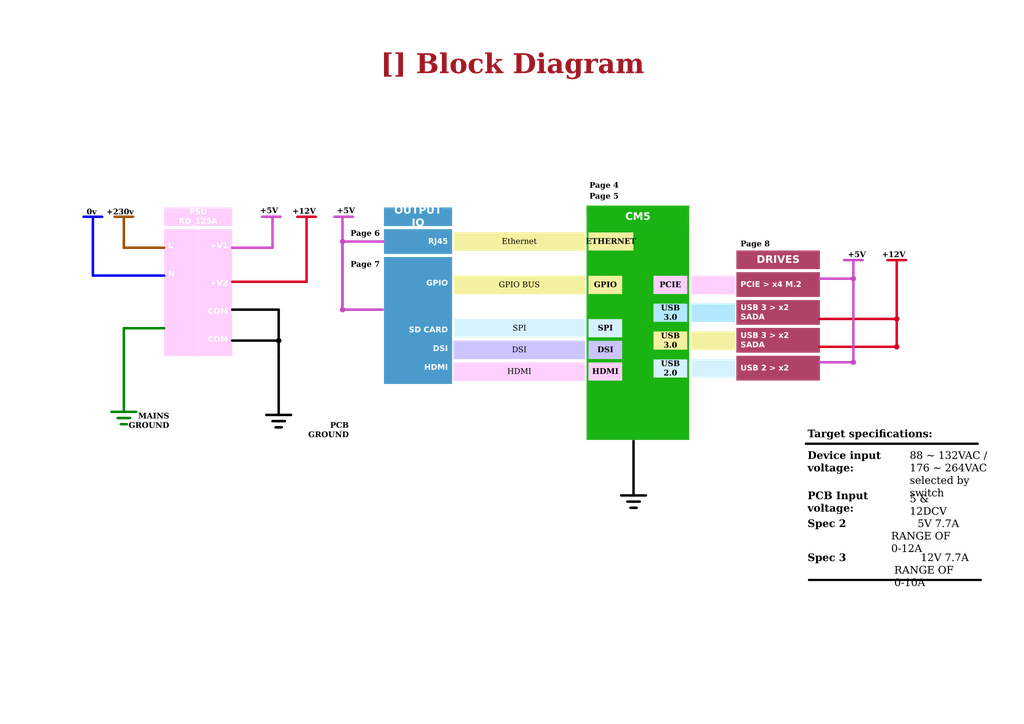
<source format=kicad_sch>
(kicad_sch
	(version 20250114)
	(generator "eeschema")
	(generator_version "9.0")
	(uuid "d4440dba-022e-49b2-97f2-6fc1871c7304")
	(paper "A3")
	(title_block
		(title "Block Diagram")
		(date "Last Modified Date")
		(rev "${REVISION}")
		(company "${COMPANY}")
	)
	(lib_symbols)
	(rectangle
		(start 241.3 156.21)
		(end 255.27 180.34)
		(stroke
			(width 0)
			(type default)
			(color 26 179 18 1)
		)
		(fill
			(type color)
			(color 26 179 18 1)
		)
		(uuid 05c43237-d989-46c7-a838-1fe3e687d325)
	)
	(rectangle
		(start 267.97 132.08)
		(end 281.94 135.89)
		(stroke
			(width 0)
			(type default)
			(color 26 179 18 1)
		)
		(fill
			(type color)
			(color 26 179 18 1)
		)
		(uuid 18d023c4-e3f0-46c9-87ca-5d30d9cdf2c3)
	)
	(rectangle
		(start 267.97 154.94)
		(end 281.94 180.34)
		(stroke
			(width 0)
			(type default)
			(color 26 179 18 1)
		)
		(fill
			(type color)
			(color 26 179 18 1)
		)
		(uuid 3a6c1391-840d-4a80-9739-78b63fe94339)
	)
	(circle
		(center 367.792 130.81)
		(radius 1.016)
		(stroke
			(width 0)
			(type default)
			(color 212 0 32 1)
		)
		(fill
			(type color)
			(color 212 0 32 1)
		)
		(uuid 3e2c6bd8-f7d7-4007-beb2-38a051b35c34)
	)
	(circle
		(center 350.012 148.59)
		(radius 1.016)
		(stroke
			(width 0)
			(type default)
			(color 198 71 194 1)
		)
		(fill
			(type color)
			(color 198 71 194 1)
		)
		(uuid 41023b46-9a07-470f-8e7a-c75031cc9ecc)
	)
	(rectangle
		(start 241.3 147.32)
		(end 255.27 148.59)
		(stroke
			(width 0)
			(type default)
			(color 26 179 18 1)
		)
		(fill
			(type color)
			(color 26 179 18 1)
		)
		(uuid 421816ca-5f12-4e86-8e69-316b379c8971)
	)
	(circle
		(center 140.462 127)
		(radius 1.016)
		(stroke
			(width 0)
			(type default)
			(color 198 71 194 1)
		)
		(fill
			(type color)
			(color 198 71 194 1)
		)
		(uuid 51410f93-50a0-4779-afb7-2ee142d132a9)
	)
	(rectangle
		(start 240.665 84.455)
		(end 282.575 86.36)
		(stroke
			(width 0.254)
			(type default)
			(color 26 179 18 1)
		)
		(fill
			(type color)
			(color 26 179 18 1)
		)
		(uuid 55bb8f5d-1716-457c-ab18-7887e7f79c32)
	)
	(circle
		(center 140.462 99.06)
		(radius 1.016)
		(stroke
			(width 0)
			(type default)
			(color 198 71 194 1)
		)
		(fill
			(type color)
			(color 198 71 194 1)
		)
		(uuid 5ce36d2b-b753-4d4d-b2c0-01a15c72c9aa)
	)
	(rectangle
		(start 241.3 138.43)
		(end 256.54 139.7)
		(stroke
			(width 0)
			(type solid)
			(color 26 179 18 1)
		)
		(fill
			(type color)
			(color 26 179 18 1)
		)
		(uuid 66d0528b-35de-4dbd-b6f5-4b9c9e10d38f)
	)
	(rectangle
		(start 156.845 98.679)
		(end 157.48 99.441)
		(stroke
			(width 0.25)
			(type default)
			(color 198 71 194 1)
		)
		(fill
			(type color)
			(color 198 71 194 1)
		)
		(uuid 71a7bc8d-71ba-4784-b706-1c489dd4699b)
	)
	(rectangle
		(start 241.3 120.65)
		(end 255.27 123.19)
		(stroke
			(width 0)
			(type default)
			(color 26 179 18 1)
		)
		(fill
			(type color)
			(color 26 179 18 1)
		)
		(uuid 7b3048d9-9f27-43c5-89d8-687bf1563aee)
	)
	(rectangle
		(start 281.94 84.455)
		(end 282.575 180.34)
		(stroke
			(width 0)
			(type default)
			(color 26 179 18 1)
		)
		(fill
			(type color)
			(color 26 179 18 1)
		)
		(uuid 82b7fc9f-5c53-4bad-ac33-36ff04086978)
	)
	(rectangle
		(start 331.47 237.49)
		(end 402.59 238.252)
		(stroke
			(width 0)
			(type default)
			(color 0 0 0 1)
		)
		(fill
			(type color)
			(color 0 0 0 1)
		)
		(uuid 8956a1c0-282a-4b1e-927b-8bc74278d14f)
	)
	(rectangle
		(start 241.3 92.71)
		(end 282.575 95.25)
		(stroke
			(width 0)
			(type default)
			(color 26 179 18 1)
		)
		(fill
			(type color)
			(color 26 179 18 1)
		)
		(uuid a952ed71-59f7-4034-9137-c9beed0052e5)
	)
	(rectangle
		(start 255.27 102.87)
		(end 267.97 180.34)
		(stroke
			(width 0)
			(type default)
			(color 26 179 18 1)
		)
		(fill
			(type color)
			(color 26 179 18 1)
		)
		(uuid b5912d90-a2e6-47a8-b37f-79df93690db6)
	)
	(rectangle
		(start 267.97 143.51)
		(end 281.94 147.32)
		(stroke
			(width 0)
			(type default)
			(color 26 179 18 1)
		)
		(fill
			(type color)
			(color 26 179 18 1)
		)
		(uuid bdbbf18e-6f1e-46bc-83ed-402e06ceb661)
	)
	(rectangle
		(start 267.97 120.65)
		(end 281.94 124.46)
		(stroke
			(width 0)
			(type default)
			(color 26 179 18 1)
		)
		(fill
			(type color)
			(color 26 179 18 1)
		)
		(uuid be3f6889-490c-44fa-9418-f01ed8476be7)
	)
	(circle
		(center 350.012 114.3)
		(radius 1.016)
		(stroke
			(width 0)
			(type default)
			(color 198 71 194 1)
		)
		(fill
			(type color)
			(color 198 71 194 1)
		)
		(uuid bfdeaac1-314c-48ed-8cf7-516162809f1b)
	)
	(rectangle
		(start 259.842 93.98)
		(end 273.812 104.14)
		(stroke
			(width 0)
			(type default)
			(color 26 179 18 1)
		)
		(fill
			(type color)
			(color 26 179 18 1)
		)
		(uuid ccbf5fc0-b3fa-481b-9909-8b6e5e2448f2)
	)
	(rectangle
		(start 267.97 95.25)
		(end 281.94 113.03)
		(stroke
			(width 0)
			(type default)
			(color 26 179 18 1)
		)
		(fill
			(type color)
			(color 26 179 18 1)
		)
		(uuid cdf72398-0431-4b4b-8fdb-00fcbee68e2a)
	)
	(circle
		(center 367.792 142.24)
		(radius 1.016)
		(stroke
			(width 0)
			(type default)
			(color 212 0 32 1)
		)
		(fill
			(type color)
			(color 212 0 32 1)
		)
		(uuid d1bb0e1b-d034-45b0-a440-50c1faf3b83f)
	)
	(rectangle
		(start 330.2 181.61)
		(end 401.32 182.372)
		(stroke
			(width 0)
			(type default)
			(color 0 0 0 1)
		)
		(fill
			(type color)
			(color 0 0 0 1)
		)
		(uuid d631d51a-2515-45dc-a2c0-e57c4fee46cd)
	)
	(rectangle
		(start 240.665 84.455)
		(end 241.3 180.34)
		(stroke
			(width 0)
			(type default)
			(color 26 179 18 1)
		)
		(fill
			(type color)
			(color 26 179 18 1)
		)
		(uuid d92c43be-acae-42f6-9179-96820bcc6ef2)
	)
	(circle
		(center 114.3 139.7)
		(radius 1.016)
		(stroke
			(width 0)
			(type default)
			(color 0 0 0 1)
		)
		(fill
			(type color)
			(color 0 0 0 1)
		)
		(uuid e009c6f9-aa34-4e58-87ba-d3118f97db1e)
	)
	(rectangle
		(start 241.3 102.87)
		(end 255.27 113.03)
		(stroke
			(width 0)
			(type default)
			(color 26 179 18 1)
		)
		(fill
			(type color)
			(color 26 179 18 1)
		)
		(uuid f4ff3a95-a29b-44f5-99fe-90e2d6c5e225)
	)
	(rectangle
		(start 240.792 121.92)
		(end 256.032 130.81)
		(stroke
			(width 0)
			(type default)
			(color 26 179 18 1)
		)
		(fill
			(type color)
			(color 26 179 18 1)
		)
		(uuid fe818828-3624-4a42-926c-34566d194c39)
	)
	(text "+5V"
		(exclude_from_sim no)
		(at 347.726 106.68 0)
		(effects
			(font
				(face "Times New Roman")
				(size 2.286 2.286)
				(thickness 0.4572)
				(bold yes)
				(color 0 0 0 1)
			)
			(justify left bottom)
		)
		(uuid "0dba65be-4dbc-4f35-b38d-7aae15950791")
	)
	(text "+230v"
		(exclude_from_sim no)
		(at 54.864 89.154 0)
		(effects
			(font
				(face "Times New Roman")
				(size 2.286 2.286)
				(thickness 0.4572)
				(bold yes)
				(color 0 0 0 1)
			)
			(justify right bottom)
		)
		(uuid "2e39a2a3-9579-46db-b35e-90d888ee8eb5")
	)
	(text "+12V"
		(exclude_from_sim no)
		(at 129.54 88.9 0)
		(effects
			(font
				(face "Times New Roman")
				(size 2.286 2.286)
				(thickness 0.4572)
				(bold yes)
				(color 0 0 0 1)
			)
			(justify right bottom)
		)
		(uuid "4570969a-23f9-402e-b415-e594243e91c6")
	)
	(text "+5V"
		(exclude_from_sim no)
		(at 138.176 88.646 0)
		(effects
			(font
				(face "Times New Roman")
				(size 2.286 2.286)
				(thickness 0.4572)
				(bold yes)
				(color 0 0 0 1)
			)
			(justify left bottom)
		)
		(uuid "61bcd564-dc47-4abd-8776-b89cef66ed38")
	)
	(text "+12V"
		(exclude_from_sim no)
		(at 371.348 106.68 0)
		(effects
			(font
				(face "Times New Roman")
				(size 2.286 2.286)
				(thickness 0.4572)
				(bold yes)
				(color 0 0 0 1)
			)
			(justify right bottom)
		)
		(uuid "b76b23fc-271e-4d85-9c32-612487cb79db")
	)
	(text "+5V"
		(exclude_from_sim no)
		(at 114.046 88.646 0)
		(effects
			(font
				(face "Times New Roman")
				(size 2.286 2.286)
				(thickness 0.4572)
				(bold yes)
				(color 0 0 0 1)
			)
			(justify right bottom)
		)
		(uuid "d00758d3-ae53-4134-ab5c-383270f3c78d")
	)
	(text "0v"
		(exclude_from_sim no)
		(at 39.624 89.154 0)
		(effects
			(font
				(face "Times New Roman")
				(size 2.286 2.286)
				(thickness 0.4572)
				(bold yes)
				(color 0 0 0 1)
			)
			(justify right bottom)
		)
		(uuid "e3d0aab1-2e1e-4d51-a1de-425c235658ce")
	)
	(text_box "GPIO"
		(exclude_from_sim no)
		(at 241.3 113.03 0)
		(size 13.97 7.62)
		(margins 1.7144 1.7144 1.7144 1.7144)
		(stroke
			(width -0.0001)
			(type solid)
		)
		(fill
			(type color)
			(color 243 240 160 1)
		)
		(effects
			(font
				(face "Times New Roman")
				(size 2.286 2.286)
				(bold yes)
				(color 0 0 0 1)
			)
		)
		(uuid "0aa0c4e1-070f-42df-94e3-eb4334e328f3")
	)
	(text_box "Spec 2"
		(exclude_from_sim no)
		(at 328.93 210.82 0)
		(size 43.18 7.62)
		(margins 2.2859 2.2859 2.2859 2.2859)
		(stroke
			(width -0.0001)
			(type default)
		)
		(fill
			(type none)
		)
		(effects
			(font
				(face "Times New Roman")
				(size 3.048 3.048)
				(thickness 0.4572)
				(bold yes)
				(color 0 0 0 1)
			)
			(justify left top)
		)
		(uuid "16ff5c12-a59a-498f-9a58-8440cea84b9d")
	)
	(text_box "\n+V1\n\n\n\n+V2\n\n\nCOM\n\n\nCOM"
		(exclude_from_sim no)
		(at 81.28 93.98 0)
		(size 13.97 52.07)
		(margins 1.7144 1.7144 1.7144 1.7144)
		(stroke
			(width -0.0001)
			(type solid)
		)
		(fill
			(type color)
			(color 255 207 255 1)
		)
		(effects
			(font
				(face "Arial")
				(size 2.286 2.286)
				(bold yes)
				(color 255 255 255 1)
			)
			(justify right top)
		)
		(uuid "1751a8a4-243e-4832-9be3-7e90da50e5e8")
	)
	(text_box "GPIO BUS"
		(exclude_from_sim no)
		(at 185.928 113.03 0)
		(size 54.102 7.62)
		(margins 1.7144 1.7144 1.7144 1.7144)
		(stroke
			(width -0.0001)
			(type solid)
		)
		(fill
			(type color)
			(color 243 240 160 1)
		)
		(effects
			(font
				(face "Times New Roman")
				(size 2.286 2.286)
				(italic yes)
				(color 0 0 0 1)
			)
		)
		(uuid "1987247e-db63-4ffa-a72e-634d9843c64c")
	)
	(text_box "CM5"
		(exclude_from_sim no)
		(at 241.3 85.09 0)
		(size 40.64 7.62)
		(margins 2.2859 2.2859 2.2859 2.2859)
		(stroke
			(width -0.0001)
			(type solid)
		)
		(fill
			(type color)
			(color 26 179 18 1)
		)
		(effects
			(font
				(face "Arial")
				(size 3.048 3.048)
				(bold yes)
				(color 255 255 255 1)
			)
		)
		(uuid "1d0d83c3-74d6-4a1f-8c3f-65fbe3fb5ec9")
	)
	(text_box "HDMI"
		(exclude_from_sim no)
		(at 185.928 148.59 0)
		(size 54.102 7.62)
		(margins 1.7144 1.7144 1.7144 1.7144)
		(stroke
			(width -0.0001)
			(type solid)
		)
		(fill
			(type color)
			(color 255 207 255 1)
		)
		(effects
			(font
				(face "Times New Roman")
				(size 2.286 2.286)
				(italic yes)
				(color 0 0 0 1)
			)
		)
		(uuid "205684f9-9b3f-4aef-bbd6-2a2cbf506b65")
	)
	(text_box "ETHERNET"
		(exclude_from_sim no)
		(at 241.3 95.25 0)
		(size 18.542 7.62)
		(margins 1.7144 1.7144 1.7144 1.7144)
		(stroke
			(width -0.0001)
			(type solid)
		)
		(fill
			(type color)
			(color 243 240 160 1)
		)
		(effects
			(font
				(face "Times New Roman")
				(size 2.286 2.286)
				(bold yes)
				(color 0 0 0 1)
			)
		)
		(uuid "29f18459-3b0c-4e53-a96d-cae677d37f45")
	)
	(text_box "Page 8"
		(exclude_from_sim no)
		(at 302.006 97.028 0)
		(size 17.78 5.08)
		(margins 1.7144 1.7144 1.7144 1.7144)
		(stroke
			(width -0.0001)
			(type solid)
		)
		(fill
			(type none)
		)
		(effects
			(font
				(face "Times New Roman")
				(size 2.286 2.286)
				(thickness 0.4572)
				(bold yes)
				(color 0 0 0 1)
			)
			(justify left top)
			(href "#8")
		)
		(uuid "2c748904-640a-4790-9cd3-81e6145a1f3e")
	)
	(text_box ""
		(exclude_from_sim no)
		(at 283.21 113.03 0)
		(size 18.288 7.62)
		(margins 1.7144 1.7144 1.7144 1.7144)
		(stroke
			(width -0.0001)
			(type solid)
		)
		(fill
			(type color)
			(color 255 207 255 1)
		)
		(effects
			(font
				(face "Times New Roman")
				(size 2.286 2.286)
				(italic yes)
				(color 0 0 0 1)
			)
		)
		(uuid "2eccac48-a697-4b98-a3f1-dcbeefca3094")
	)
	(text_box "PCB Input voltage:"
		(exclude_from_sim no)
		(at 328.93 199.39 0)
		(size 41.91 7.62)
		(margins 2.2859 2.2859 2.2859 2.2859)
		(stroke
			(width -0.0001)
			(type solid)
		)
		(fill
			(type none)
		)
		(effects
			(font
				(face "Times New Roman")
				(size 3.048 3.048)
				(thickness 0.4572)
				(bold yes)
				(color 0 0 0 1)
			)
			(justify left top)
		)
		(uuid "347e7e61-7c93-449c-8c65-b1d74937394e")
	)
	(text_box "Ethernet"
		(exclude_from_sim no)
		(at 185.928 95.25 0)
		(size 54.102 7.62)
		(margins 1.7144 1.7144 1.7144 1.7144)
		(stroke
			(width -0.0001)
			(type solid)
		)
		(fill
			(type color)
			(color 243 240 160 1)
		)
		(effects
			(font
				(face "Times New Roman")
				(size 2.286 2.286)
				(italic yes)
				(color 0 0 0 1)
			)
		)
		(uuid "34f97dad-9bc3-424e-b006-bedf003458aa")
	)
	(text_box "        12V 7.7A \nRANGE OF 0-10A"
		(exclude_from_sim no)
		(at 364.49 224.79 0)
		(size 38.1 11.43)
		(margins 2.2859 2.2859 2.2859 2.2859)
		(stroke
			(width -0.0001)
			(type solid)
		)
		(fill
			(type none)
		)
		(effects
			(font
				(face "Times New Roman")
				(size 3.048 3.048)
				(color 0 0 0 1)
			)
			(justify left top)
		)
		(uuid "37354c60-dbdb-4aa1-a2b0-e6db1fd7a12e")
	)
	(text_box "        5V 7.7A \nRANGE OF 0-12A"
		(exclude_from_sim no)
		(at 363.22 210.82 0)
		(size 38.1 7.62)
		(margins 2.2859 2.2859 2.2859 2.2859)
		(stroke
			(width -0.0001)
			(type solid)
		)
		(fill
			(type none)
		)
		(effects
			(font
				(face "Times New Roman")
				(size 3.048 3.048)
				(color 0 0 0 1)
			)
			(justify left top)
		)
		(uuid "3d9a8928-04fd-4c32-8894-e3210045027d")
	)
	(text_box ""
		(exclude_from_sim no)
		(at 283.21 135.89 0)
		(size 18.288 7.62)
		(margins 1.1429 1.1429 1.1429 1.1429)
		(stroke
			(width -0.0001)
			(type solid)
		)
		(fill
			(type color)
			(color 243 240 160 1)
		)
		(effects
			(font
				(face "Times New Roman")
				(size 1.524 1.524)
				(italic yes)
				(color 0 0 0 1)
			)
		)
		(uuid "4616f06b-0c0c-4da0-aaa7-60ade012707d")
	)
	(text_box "DSI"
		(exclude_from_sim no)
		(at 185.928 139.7 0)
		(size 54.102 7.62)
		(margins 1.7144 1.7144 1.7144 1.7144)
		(stroke
			(width -0.0001)
			(type solid)
		)
		(fill
			(type color)
			(color 202 196 255 1)
		)
		(effects
			(font
				(face "Times New Roman")
				(size 2.286 2.286)
				(italic yes)
				(color 0 0 0 1)
			)
		)
		(uuid "4be2fbb4-9521-4c43-b13b-45298595a8b7")
	)
	(text_box "DRIVES"
		(exclude_from_sim no)
		(at 302.006 102.743 0)
		(size 34.29 7.62)
		(margins 2.2859 2.2859 2.2859 2.2859)
		(stroke
			(width -0.0001)
			(type solid)
		)
		(fill
			(type color)
			(color 175 67 103 1)
		)
		(effects
			(font
				(face "Arial")
				(size 3.048 3.048)
				(bold yes)
				(color 255 255 255 1)
			)
		)
		(uuid "50f90389-4852-4d94-a1e5-f12357304e05")
	)
	(text_box "RJ45\n"
		(exclude_from_sim no)
		(at 157.48 93.98 0)
		(size 27.94 10.16)
		(margins 1.7144 1.7144 1.7144 1.7144)
		(stroke
			(width -0.0001)
			(type solid)
		)
		(fill
			(type color)
			(color 74 155 203 1)
		)
		(effects
			(font
				(face "Arial")
				(size 2.286 2.286)
				(bold yes)
				(color 255 255 255 1)
			)
			(justify right)
		)
		(uuid "5a2e6555-9060-4d4a-9a34-a05560ac30d8")
	)
	(text_box "USB 3 > x2 SADA"
		(exclude_from_sim no)
		(at 302.006 134.493 0)
		(size 34.29 10.16)
		(margins 1.7144 1.7144 1.7144 1.7144)
		(stroke
			(width -0.0001)
			(type solid)
		)
		(fill
			(type color)
			(color 175 67 103 1)
		)
		(effects
			(font
				(face "Arial")
				(size 2.286 2.286)
				(bold yes)
				(color 255 255 255 1)
			)
			(justify left)
		)
		(uuid "5f14182b-c93f-4d15-9db7-1a029aadad7b")
	)
	(text_box "MAINS GROUND"
		(exclude_from_sim no)
		(at 43.18 167.64 0)
		(size 27.94 5.08)
		(margins 1.7144 1.7144 1.7144 1.7144)
		(stroke
			(width -0.0001)
			(type solid)
		)
		(fill
			(type none)
		)
		(effects
			(font
				(face "Times New Roman")
				(size 2.286 2.286)
				(thickness 0.4572)
				(bold yes)
				(color 0 0 0 1)
			)
			(justify right top)
		)
		(uuid "68649da4-f68d-4ed5-8365-8f0b566e83f2")
	)
	(text_box "PCIE > x4 M.2"
		(exclude_from_sim no)
		(at 302.006 111.633 0)
		(size 34.29 10.16)
		(margins 1.7144 1.7144 1.7144 1.7144)
		(stroke
			(width -0.0001)
			(type solid)
		)
		(fill
			(type color)
			(color 175 67 103 1)
		)
		(effects
			(font
				(face "Arial")
				(size 2.286 2.286)
				(bold yes)
				(color 255 255 255 1)
			)
			(justify left)
		)
		(uuid "6f80972b-0868-4998-bb39-1d5e548cee7c")
	)
	(text_box "[${#}] ${TITLE}"
		(exclude_from_sim no)
		(at 144.78 20.32 0)
		(size 130.81 12.7)
		(margins 5.9999 5.9999 5.9999 5.9999)
		(stroke
			(width -0.0001)
			(type default)
		)
		(fill
			(type none)
		)
		(effects
			(font
				(face "Times New Roman")
				(size 8 8)
				(thickness 1.2)
				(bold yes)
				(color 162 22 34 1)
			)
		)
		(uuid "73b2b29c-2473-4e80-be0b-4f57c6856c3e")
	)
	(text_box "PCB GROUND"
		(exclude_from_sim no)
		(at 119.38 171.45 0)
		(size 25.4 5.08)
		(margins 1.7144 1.7144 1.7144 1.7144)
		(stroke
			(width -0.0001)
			(type solid)
		)
		(fill
			(type none)
		)
		(effects
			(font
				(face "Times New Roman")
				(size 2.286 2.286)
				(thickness 0.4572)
				(bold yes)
				(color 0 0 0 1)
			)
			(justify right top)
		)
		(uuid "7f17de43-d66f-4f43-939d-61d7515cb81b")
	)
	(text_box "Target specifications:"
		(exclude_from_sim no)
		(at 328.93 173.99 0)
		(size 73.66 7.62)
		(margins 2.2859 2.2859 2.2859 2.2859)
		(stroke
			(width -0.0001)
			(type default)
		)
		(fill
			(type none)
		)
		(effects
			(font
				(face "Times New Roman")
				(size 3.048 3.048)
				(thickness 0.4572)
				(bold yes)
				(color 0 0 0 1)
			)
			(justify left top)
		)
		(uuid "874bfc99-fafe-40d4-b7af-9ddb98b61eea")
	)
	(text_box "DSI"
		(exclude_from_sim no)
		(at 241.3 139.7 0)
		(size 13.97 7.62)
		(margins 1.7144 1.7144 1.7144 1.7144)
		(stroke
			(width -0.0001)
			(type solid)
		)
		(fill
			(type color)
			(color 202 196 255 1)
		)
		(effects
			(font
				(face "Times New Roman")
				(size 2.286 2.286)
				(bold yes)
				(color 0 0 0 1)
			)
		)
		(uuid "8d5e3fa3-e0ae-46de-9bca-be5f9d003da2")
	)
	(text_box "SPI"
		(exclude_from_sim no)
		(at 186.055 130.81 0)
		(size 53.975 7.62)
		(margins 1.1429 1.1429 1.1429 1.1429)
		(stroke
			(width -0.0001)
			(type solid)
		)
		(fill
			(type color)
			(color 213 241 255 1)
		)
		(effects
			(font
				(face "Times New Roman")
				(size 2.286 2.286)
				(italic yes)
				(color 0 0 0 1)
			)
		)
		(uuid "8f602d65-403f-4ff5-b704-d33255654b4f")
	)
	(text_box "\nL\n\n\nN\n\n\n\n\n\n"
		(exclude_from_sim no)
		(at 67.31 93.98 0)
		(size 13.97 52.07)
		(margins 1.7144 1.7144 1.7144 1.7144)
		(stroke
			(width -0.0001)
			(type solid)
		)
		(fill
			(type color)
			(color 255 207 255 1)
		)
		(effects
			(font
				(face "Arial")
				(size 2.286 2.286)
				(bold yes)
				(color 255 255 255 1)
			)
			(justify left top)
		)
		(uuid "94c5ac1c-84a0-4493-a64b-d47cb22b6c26")
	)
	(text_box "88 ~ 132VAC / 176 ~ 264VAC selected by switch"
		(exclude_from_sim no)
		(at 370.84 182.88 0)
		(size 36.83 7.62)
		(margins 2.2859 2.2859 2.2859 2.2859)
		(stroke
			(width -0.0001)
			(type solid)
		)
		(fill
			(type none)
		)
		(effects
			(font
				(face "Times New Roman")
				(size 3.048 3.048)
				(color 0 0 0 1)
			)
			(justify left top)
		)
		(uuid "95b75913-46be-4d10-99cf-a43e95aedcc0")
	)
	(text_box "Page 6"
		(exclude_from_sim no)
		(at 139.7 92.71 0)
		(size 17.78 5.08)
		(margins 1.7144 1.7144 1.7144 1.7144)
		(stroke
			(width -0.0001)
			(type solid)
		)
		(fill
			(type none)
		)
		(effects
			(font
				(face "Times New Roman")
				(size 2.286 2.286)
				(thickness 0.4572)
				(bold yes)
				(color 0 0 0 1)
			)
			(justify right top)
		)
		(uuid "9e4a510b-5c75-46a6-9e6e-397aa68ebd40")
	)
	(text_box "OUTPUT IO"
		(exclude_from_sim no)
		(at 157.48 85.09 0)
		(size 27.94 7.62)
		(margins 2.2859 2.2859 2.2859 2.2859)
		(stroke
			(width -0.0001)
			(type solid)
		)
		(fill
			(type color)
			(color 74 155 203 1)
		)
		(effects
			(font
				(face "Arial")
				(size 3.048 3.048)
				(bold yes)
				(color 255 255 255 1)
			)
		)
		(uuid "a5dfea43-92a3-4c4a-a914-eb784ef96d73")
	)
	(text_box "5 & 12DCV\n"
		(exclude_from_sim no)
		(at 370.84 200.66 0)
		(size 26.67 7.62)
		(margins 2.2859 2.2859 2.2859 2.2859)
		(stroke
			(width -0.0001)
			(type solid)
		)
		(fill
			(type none)
		)
		(effects
			(font
				(face "Times New Roman")
				(size 3.048 3.048)
				(color 0 0 0 1)
			)
			(justify left top)
		)
		(uuid "aa388299-5267-444a-a70f-fbbbf3a9efdc")
	)
	(text_box "SPI"
		(exclude_from_sim no)
		(at 241.3 130.81 0)
		(size 13.97 7.62)
		(margins 1.7144 1.7144 1.7144 1.7144)
		(stroke
			(width -0.0001)
			(type solid)
		)
		(fill
			(type color)
			(color 213 241 255 1)
		)
		(effects
			(font
				(face "Times New Roman")
				(size 2.286 2.286)
				(bold yes)
				(color 0 0 0 1)
			)
		)
		(uuid "aa50f68b-8dcc-48bf-9f99-fd8274b2d4a1")
	)
	(text_box "HDMI"
		(exclude_from_sim no)
		(at 241.3 148.59 0)
		(size 13.97 7.62)
		(margins 1.7144 1.7144 1.7144 1.7144)
		(stroke
			(width -0.0001)
			(type solid)
		)
		(fill
			(type color)
			(color 255 207 255 1)
		)
		(effects
			(font
				(face "Times New Roman")
				(size 2.286 2.286)
				(bold yes)
				(color 0 0 0 1)
			)
		)
		(uuid "ab21cef4-7adc-4acc-bdaa-b46c7f774ce6")
	)
	(text_box "USB 2.0"
		(exclude_from_sim no)
		(at 267.97 147.32 0)
		(size 13.97 7.62)
		(margins 1.7144 1.7144 1.7144 1.7144)
		(stroke
			(width -0.0001)
			(type solid)
		)
		(fill
			(type color)
			(color 213 241 255 1)
		)
		(effects
			(font
				(face "Times New Roman")
				(size 2.286 2.286)
				(bold yes)
				(color 0 0 0 1)
			)
		)
		(uuid "ac56c48c-4a2e-4776-9858-933bd22ee6ee")
	)
	(text_box "Page 4"
		(exclude_from_sim no)
		(at 240.03 73.025 0)
		(size 24.765 5.08)
		(margins 1.7144 1.7144 1.7144 1.7144)
		(stroke
			(width -0.0001)
			(type default)
		)
		(fill
			(type none)
		)
		(effects
			(font
				(face "Times New Roman")
				(size 2.286 2.286)
				(thickness 0.4572)
				(bold yes)
				(color 0 0 0 1)
			)
			(justify left top)
		)
		(uuid "af913ec4-8a49-4345-bec6-fafb6d986bc2")
	)
	(text_box "USB 3.0"
		(exclude_from_sim no)
		(at 267.97 135.89 0)
		(size 13.97 7.62)
		(margins 1.7144 1.7144 1.7144 1.7144)
		(stroke
			(width -0.0001)
			(type solid)
		)
		(fill
			(type color)
			(color 243 240 160 1)
		)
		(effects
			(font
				(face "Times New Roman")
				(size 2.286 2.286)
				(bold yes)
				(color 0 0 0 1)
			)
		)
		(uuid "b25023e5-acfa-4102-bb80-efad95c74d40")
	)
	(text_box "USB 3.0"
		(exclude_from_sim no)
		(at 267.97 124.46 0)
		(size 13.97 7.62)
		(margins 1.7144 1.7144 1.7144 1.7144)
		(stroke
			(width -0.0001)
			(type solid)
		)
		(fill
			(type color)
			(color 178 232 255 1)
		)
		(effects
			(font
				(face "Times New Roman")
				(size 2.286 2.286)
				(bold yes)
				(color 0 0 0 1)
			)
		)
		(uuid "c2c0d0c9-0dec-46a5-9473-b81815342d7b")
	)
	(text_box ""
		(exclude_from_sim no)
		(at 283.21 124.46 0)
		(size 18.288 7.62)
		(margins 1.7144 1.7144 1.7144 1.7144)
		(stroke
			(width -0.0001)
			(type solid)
		)
		(fill
			(type color)
			(color 178 232 255 1)
		)
		(effects
			(font
				(face "Times New Roman")
				(size 2.286 2.286)
				(italic yes)
				(color 0 0 0 1)
			)
		)
		(uuid "ce8d5aa2-32fa-41ab-879e-c8a14b311e71")
	)
	(text_box "USB 2 > x2"
		(exclude_from_sim no)
		(at 302.006 145.923 0)
		(size 34.29 10.16)
		(margins 1.7144 1.7144 1.7144 1.7144)
		(stroke
			(width -0.0001)
			(type solid)
		)
		(fill
			(type color)
			(color 175 67 103 1)
		)
		(effects
			(font
				(face "Arial")
				(size 2.286 2.286)
				(bold yes)
				(color 255 255 255 1)
			)
			(justify left)
		)
		(uuid "d11c5cc0-b2d5-4819-92dd-51b892f4bd76")
	)
	(text_box "Device input voltage:"
		(exclude_from_sim no)
		(at 328.93 182.88 0)
		(size 44.45 7.62)
		(margins 2.2859 2.2859 2.2859 2.2859)
		(stroke
			(width -0.0001)
			(type solid)
		)
		(fill
			(type none)
		)
		(effects
			(font
				(face "Times New Roman")
				(size 3.048 3.048)
				(thickness 0.4572)
				(bold yes)
				(color 0 0 0 1)
			)
			(justify left top)
		)
		(uuid "d8a87a47-124c-44f3-964b-45ae309ac1a4")
	)
	(text_box ""
		(exclude_from_sim no)
		(at 283.21 147.32 0)
		(size 18.288 7.62)
		(margins 1.1429 1.1429 1.1429 1.1429)
		(stroke
			(width -0.0001)
			(type solid)
		)
		(fill
			(type color)
			(color 213 241 255 1)
		)
		(effects
			(font
				(face "Times New Roman")
				(size 1.524 1.524)
				(italic yes)
				(color 0 0 0 1)
			)
		)
		(uuid "d95aa69c-63fb-4b5d-9978-ffe4aa9ad079")
	)
	(text_box "PSU RD_125A"
		(exclude_from_sim no)
		(at 67.31 85.09 0)
		(size 27.94 7.62)
		(margins 2.2859 2.2859 2.2859 2.2859)
		(stroke
			(width -0.0001)
			(type solid)
		)
		(fill
			(type color)
			(color 255 207 255 1)
		)
		(effects
			(font
				(face "Arial")
				(size 2.286 2.286)
				(bold yes)
				(color 255 255 255 1)
			)
		)
		(uuid "e1a6b0a4-43ae-4eb7-959a-7e2d3ebd2599")
	)
	(text_box "PCIE"
		(exclude_from_sim no)
		(at 267.97 113.03 0)
		(size 13.97 7.62)
		(margins 1.7144 1.7144 1.7144 1.7144)
		(stroke
			(width -0.0001)
			(type solid)
		)
		(fill
			(type color)
			(color 255 207 255 1)
		)
		(effects
			(font
				(face "Times New Roman")
				(size 2.286 2.286)
				(bold yes)
				(color 0 0 0 1)
			)
		)
		(uuid "e2d08c91-25de-4e80-a665-a7cd6ec63101")
	)
	(text_box "Page 5"
		(exclude_from_sim no)
		(at 240.03 77.47 0)
		(size 24.765 5.08)
		(margins 1.7144 1.7144 1.7144 1.7144)
		(stroke
			(width -0.0001)
			(type default)
		)
		(fill
			(type none)
		)
		(effects
			(font
				(face "Times New Roman")
				(size 2.286 2.286)
				(thickness 0.4572)
				(bold yes)
				(color 0 0 0 1)
			)
			(justify left top)
			(href "#5")
		)
		(uuid "e8b722a7-e885-4392-8585-c14113718643")
	)
	(text_box "Page 7"
		(exclude_from_sim no)
		(at 139.7 105.41 0)
		(size 17.78 5.08)
		(margins 1.7144 1.7144 1.7144 1.7144)
		(stroke
			(width -0.0001)
			(type solid)
		)
		(fill
			(type none)
		)
		(effects
			(font
				(face "Times New Roman")
				(size 2.286 2.286)
				(thickness 0.4572)
				(bold yes)
				(color 0 0 0 1)
			)
			(justify right top)
		)
		(uuid "ed339cec-4d03-443c-9621-bdc36e032f0f")
	)
	(text_box "\n\nGPIO \n\n\n\n\nSD CARD\n\nDSI\n\nHDMI"
		(exclude_from_sim no)
		(at 157.48 105.41 0)
		(size 27.94 52.07)
		(margins 1.7144 1.7144 1.7144 1.7144)
		(stroke
			(width -0.0001)
			(type solid)
		)
		(fill
			(type color)
			(color 74 155 203 1)
		)
		(effects
			(font
				(face "Arial")
				(size 2.286 2.286)
				(bold yes)
				(color 255 255 255 1)
			)
			(justify right top)
		)
		(uuid "ed5022fd-7df6-48a2-9346-7cffbd945cc2")
	)
	(text_box "Spec 3"
		(exclude_from_sim no)
		(at 328.93 224.79 0)
		(size 44.45 7.62)
		(margins 2.2859 2.2859 2.2859 2.2859)
		(stroke
			(width -0.0001)
			(type solid)
		)
		(fill
			(type none)
		)
		(effects
			(font
				(face "Times New Roman")
				(size 3.048 3.048)
				(thickness 0.4572)
				(bold yes)
				(color 0 0 0 1)
			)
			(justify left top)
		)
		(uuid "f73ecd5d-28d4-4dc6-ad8d-2c156959b733")
	)
	(text_box "USB 3 > x2 SADA"
		(exclude_from_sim no)
		(at 302.006 123.063 0)
		(size 34.29 10.16)
		(margins 1.7144 1.7144 1.7144 1.7144)
		(stroke
			(width -0.0001)
			(type solid)
		)
		(fill
			(type color)
			(color 175 67 103 1)
		)
		(effects
			(font
				(face "Arial")
				(size 2.286 2.286)
				(bold yes)
				(color 255 255 255 1)
			)
			(justify left)
		)
		(uuid "fd61c9c5-9a5f-4021-bb34-8e82244796ab")
	)
	(polyline
		(pts
			(xy 95.25 127) (xy 114.3 127)
		)
		(stroke
			(width 1.016)
			(type default)
			(color 0 0 0 1)
		)
		(uuid "0712a9ce-ba7d-4a8e-bad8-bd487579b21d")
	)
	(polyline
		(pts
			(xy 50.292 88.9) (xy 54.61 88.9)
		)
		(stroke
			(width 1.016)
			(type default)
			(color 150 75 0 1)
		)
		(uuid "0b6c725a-cbd2-42f5-b873-c656dec3b20f")
	)
	(polyline
		(pts
			(xy 140.462 88.9) (xy 144.78 88.9)
		)
		(stroke
			(width 1.016)
			(type default)
			(color 198 71 194 1)
		)
		(uuid "0c4f2c87-5668-4ab3-9f54-bb552b1160e0")
	)
	(polyline
		(pts
			(xy 336.042 114.3) (xy 350.012 114.3)
		)
		(stroke
			(width 1.016)
			(type solid)
			(color 198 71 194 1)
		)
		(uuid "0ede2931-56c6-4356-b1be-42b80f8c9947")
	)
	(polyline
		(pts
			(xy 115.062 88.9) (xy 111.76 88.9)
		)
		(stroke
			(width 1.016)
			(type default)
			(color 198 71 194 1)
		)
		(uuid "12c9610a-d80a-487b-b402-30ece501f58d")
	)
	(polyline
		(pts
			(xy 156.972 99.06) (xy 140.462 99.06)
		)
		(stroke
			(width 1.016)
			(type default)
			(color 198 71 194 1)
		)
		(uuid "12ef2ddf-0ea9-47cc-b3da-b713337e7a4d")
	)
	(polyline
		(pts
			(xy 114.3 146.05) (xy 114.3 170.18)
		)
		(stroke
			(width 1.016)
			(type default)
			(color 0 0 0 1)
		)
		(uuid "18046192-8298-4363-a5ce-814e10e8ee86")
	)
	(polyline
		(pts
			(xy 137.16 88.9) (xy 140.462 88.9)
		)
		(stroke
			(width 1.016)
			(type default)
			(color 198 71 194 1)
		)
		(uuid "21ea9e82-75fb-4584-ad6e-013b648b8538")
	)
	(polyline
		(pts
			(xy 34.29 88.9) (xy 37.592 88.9)
		)
		(stroke
			(width 1.016)
			(type solid)
			(color 0 0 255 1)
		)
		(uuid "26efa645-3938-4bc5-8a16-6d4c93cf603c")
	)
	(polyline
		(pts
			(xy 350.012 106.68) (xy 346.202 106.68)
		)
		(stroke
			(width 1.016)
			(type solid)
			(color 198 71 194 1)
		)
		(uuid "27bd0569-535c-49cb-bda3-e937d42f8467")
	)
	(polyline
		(pts
			(xy 336.042 142.24) (xy 367.792 142.24)
		)
		(stroke
			(width 1.016)
			(type default)
			(color 212 0 32 1)
		)
		(uuid "29a4b4a0-c175-4bf7-a282-dd92c46689f0")
	)
	(polyline
		(pts
			(xy 125.73 88.9) (xy 121.92 88.9)
		)
		(stroke
			(width 1.016)
			(type default)
			(color 212 0 32 1)
		)
		(uuid "2e892209-3e08-41e1-a7d7-13810052d161")
	)
	(polyline
		(pts
			(xy 353.822 106.68) (xy 350.012 106.68)
		)
		(stroke
			(width 1.016)
			(type solid)
			(color 198 71 194 1)
		)
		(uuid "2fb9b665-e927-46c4-93bc-09cd599e0970")
	)
	(polyline
		(pts
			(xy 350.012 114.3) (xy 350.012 118.11)
		)
		(stroke
			(width 1.016)
			(type solid)
			(color 198 71 194 1)
		)
		(uuid "33063390-beaa-4c97-a1aa-865df91027f3")
	)
	(polyline
		(pts
			(xy 111.76 88.9) (xy 107.442 88.9)
		)
		(stroke
			(width 1.016)
			(type default)
			(color 198 71 194 1)
		)
		(uuid "36d41173-8841-4fa5-92c7-bb776ff4f1bd")
	)
	(polyline
		(pts
			(xy 111.76 88.9) (xy 111.76 101.6)
		)
		(stroke
			(width 1.016)
			(type default)
			(color 198 71 194 1)
		)
		(uuid "373769d4-70d4-47a4-9200-28babce0d135")
	)
	(polyline
		(pts
			(xy 129.54 88.9) (xy 125.73 88.9)
		)
		(stroke
			(width 1.016)
			(type default)
			(color 212 0 32 1)
		)
		(uuid "3eeb2943-7d5e-4873-91ac-5a667f9ca394")
	)
	(polyline
		(pts
			(xy 155.702 127) (xy 156.972 127)
		)
		(stroke
			(width 1.016)
			(type default)
			(color 198 71 194 1)
		)
		(uuid "40fe2050-aa02-415f-a613-2bc33aaa1e5b")
	)
	(polyline
		(pts
			(xy 50.8 146.05) (xy 50.8 168.91)
		)
		(stroke
			(width 1.016)
			(type solid)
			(color 0 128 0 1)
		)
		(uuid "4b396702-e4f1-48ee-be8a-79b0a6711ab9")
	)
	(polyline
		(pts
			(xy 350.012 139.7) (xy 350.012 148.59)
		)
		(stroke
			(width 1.016)
			(type solid)
			(color 198 71 194 1)
		)
		(uuid "53ab0b00-93ba-4e5d-ac4c-4e02676a9b51")
	)
	(polyline
		(pts
			(xy 259.842 180.848) (xy 259.842 203.2)
		)
		(stroke
			(width 1.016)
			(type default)
			(color 0 0 0 1)
		)
		(uuid "55ce596c-8a15-46cd-9c5e-277071803838")
	)
	(polyline
		(pts
			(xy 114.3 146.05) (xy 114.3 146.05)
		)
		(stroke
			(width 1.016)
			(type default)
			(color 0 0 0 1)
		)
		(uuid "60038da2-406f-4087-bfeb-e2f314ac6f59")
	)
	(polyline
		(pts
			(xy 50.8 168.91) (xy 55.88 168.91)
		)
		(stroke
			(width 1.016)
			(type solid)
			(color 0 128 0 1)
		)
		(uuid "698c0553-2c53-4ded-bee5-dba5399375d7")
	)
	(polyline
		(pts
			(xy 116.84 172.72) (xy 114.3 172.72)
		)
		(stroke
			(width 1.016)
			(type default)
			(color 0 0 0 1)
		)
		(uuid "6bd770b7-8a37-4520-847a-87819399e6e4")
	)
	(polyline
		(pts
			(xy 45.72 168.91) (xy 50.8 168.91)
		)
		(stroke
			(width 1.016)
			(type solid)
			(color 0 128 0 1)
		)
		(uuid "6c41c615-4b23-428c-a123-98ee794b9bb2")
	)
	(polyline
		(pts
			(xy 50.8 146.05) (xy 50.8 134.62)
		)
		(stroke
			(width 1.016)
			(type solid)
			(color 0 128 0 1)
		)
		(uuid "6d040e6f-bf6e-4f91-b97b-af6e80497e46")
	)
	(polyline
		(pts
			(xy 261.112 208.28) (xy 259.842 208.28)
		)
		(stroke
			(width 1.016)
			(type default)
			(color 0 0 0 1)
		)
		(uuid "6dd30f04-28a9-42d5-9d28-fcc750e83f4d")
	)
	(polyline
		(pts
			(xy 155.702 127) (xy 140.462 127)
		)
		(stroke
			(width 1.016)
			(type default)
			(color 198 71 194 1)
		)
		(uuid "6e88117f-fb7a-4817-87aa-3f3dac203a27")
	)
	(polyline
		(pts
			(xy 114.3 139.7) (xy 114.3 139.7)
		)
		(stroke
			(width 1.016)
			(type default)
			(color 0 0 0 1)
		)
		(uuid "6f88a948-f293-49e9-aa70-49cd7a74072d")
	)
	(polyline
		(pts
			(xy 95.25 115.57) (xy 125.73 115.57)
		)
		(stroke
			(width 1.016)
			(type default)
			(color 212 0 32 1)
		)
		(uuid "70246205-7739-4670-ba11-86e316d0e064")
	)
	(polyline
		(pts
			(xy 114.3 127) (xy 114.3 139.7)
		)
		(stroke
			(width 1.016)
			(type default)
			(color 0 0 0 1)
		)
		(uuid "703f8a14-0380-484f-9981-76fb9aaf76fe")
	)
	(polyline
		(pts
			(xy 140.462 127) (xy 140.462 99.06)
		)
		(stroke
			(width 1.016)
			(type default)
			(color 198 71 194 1)
		)
		(uuid "72685799-a9bb-405d-9640-ea2d6d446e95")
	)
	(polyline
		(pts
			(xy 50.8 134.62) (xy 67.31 134.62)
		)
		(stroke
			(width 1.016)
			(type solid)
			(color 0 128 0 1)
		)
		(uuid "760450c2-208d-48a6-9d69-bbf0db644fd7")
	)
	(polyline
		(pts
			(xy 350.012 137.16) (xy 350.012 139.7)
		)
		(stroke
			(width 1.016)
			(type solid)
			(color 198 71 194 1)
		)
		(uuid "760b09ea-0830-465b-8acc-fea0d7345735")
	)
	(polyline
		(pts
			(xy 254.762 203.2) (xy 259.842 203.2)
		)
		(stroke
			(width 1.016)
			(type default)
			(color 0 0 0 1)
		)
		(uuid "7aab66e5-1ac8-4bc5-9ee3-70b61eca87f0")
	)
	(polyline
		(pts
			(xy 350.012 125.73) (xy 350.012 137.16)
		)
		(stroke
			(width 1.016)
			(type solid)
			(color 198 71 194 1)
		)
		(uuid "878e07cd-dfe9-4c9e-8e7e-684952d63cb3")
	)
	(polyline
		(pts
			(xy 125.73 88.9) (xy 125.73 99.06)
		)
		(stroke
			(width 1.016)
			(type default)
			(color 212 0 32 1)
		)
		(uuid "88f159fb-37eb-4d4d-a7fb-8eaf42565b18")
	)
	(polyline
		(pts
			(xy 37.592 88.9) (xy 41.91 88.9)
		)
		(stroke
			(width 1.016)
			(type solid)
			(color 0 0 255 1)
		)
		(uuid "8f707394-c4b4-49d7-8664-e244fffe1ebf")
	)
	(polyline
		(pts
			(xy 259.842 208.28) (xy 258.572 208.28)
		)
		(stroke
			(width 1.016)
			(type default)
			(color 0 0 0 1)
		)
		(uuid "96477599-d77b-4ac5-a27a-9731e56a2b73")
	)
	(polyline
		(pts
			(xy 259.842 205.74) (xy 257.302 205.74)
		)
		(stroke
			(width 1.016)
			(type default)
			(color 0 0 0 1)
		)
		(uuid "99f8ef53-41be-4a56-8c5e-1501d21e4698")
	)
	(polyline
		(pts
			(xy 140.462 88.9) (xy 140.462 99.06)
		)
		(stroke
			(width 1.016)
			(type default)
			(color 198 71 194 1)
		)
		(uuid "9e94e400-0ca7-4a19-9721-e89096fc8ef1")
	)
	(polyline
		(pts
			(xy 140.462 127) (xy 140.462 99.06)
		)
		(stroke
			(width 1.016)
			(type default)
			(color 198 71 194 1)
		)
		(uuid "a20b6d38-73ea-42be-ba68-1aefdfb7c874")
	)
	(polyline
		(pts
			(xy 67.31 101.6) (xy 50.8 101.6)
		)
		(stroke
			(width 1.016)
			(type solid)
			(color 150 75 0 1)
		)
		(uuid "a93dd0bd-bf8e-46ba-887c-784d127e2e20")
	)
	(polyline
		(pts
			(xy 114.3 175.26) (xy 113.03 175.26)
		)
		(stroke
			(width 1.016)
			(type default)
			(color 0 0 0 1)
		)
		(uuid "a98dbc1e-936f-47ed-9299-0a12974d687b")
	)
	(polyline
		(pts
			(xy 50.8 171.45) (xy 48.26 171.45)
		)
		(stroke
			(width 1.016)
			(type solid)
			(color 0 128 0 1)
		)
		(uuid "aa78a750-4d5d-4220-aab0-c1bde8cb9073")
	)
	(polyline
		(pts
			(xy 350.012 106.68) (xy 350.012 114.3)
		)
		(stroke
			(width 1.016)
			(type solid)
			(color 198 71 194 1)
		)
		(uuid "ad3f1baa-0b34-4663-9798-50e63149ac4e")
	)
	(polyline
		(pts
			(xy 367.792 114.3) (xy 367.792 118.11)
		)
		(stroke
			(width 1.016)
			(type default)
			(color 212 0 32 1)
		)
		(uuid "ae986255-964e-4b17-92d9-c06eea8039c5")
	)
	(polyline
		(pts
			(xy 114.3 172.72) (xy 111.76 172.72)
		)
		(stroke
			(width 1.016)
			(type default)
			(color 0 0 0 1)
		)
		(uuid "b35953e9-34e9-4f65-aaaf-66151805edc8")
	)
	(polyline
		(pts
			(xy 336.042 130.81) (xy 367.792 130.81)
		)
		(stroke
			(width 1.016)
			(type default)
			(color 212 0 32 1)
		)
		(uuid "b45e1dc3-5c3a-48d8-ba98-a9d7ed256389")
	)
	(polyline
		(pts
			(xy 367.792 142.24) (xy 367.792 139.7)
		)
		(stroke
			(width 1.016)
			(type default)
			(color 212 0 32 1)
		)
		(uuid "b73296fa-35ba-4119-8808-42dc950bc4c4")
	)
	(polyline
		(pts
			(xy 46.99 88.9) (xy 50.292 88.9)
		)
		(stroke
			(width 1.016)
			(type default)
			(color 150 75 0 1)
		)
		(uuid "bd05a364-f5a3-4192-8454-b7284a04ad7a")
	)
	(polyline
		(pts
			(xy 95.25 139.7) (xy 114.3 139.7)
		)
		(stroke
			(width 1.016)
			(type default)
			(color 0 0 0 1)
		)
		(uuid "be9203ed-e297-42b7-b9b5-c8d011fff379")
	)
	(polyline
		(pts
			(xy 52.07 173.99) (xy 50.8 173.99)
		)
		(stroke
			(width 1.016)
			(type solid)
			(color 0 128 0 1)
		)
		(uuid "cb8fd0b5-fd5a-4ffb-8849-98bb44d6df9a")
	)
	(polyline
		(pts
			(xy 259.842 203.2) (xy 264.922 203.2)
		)
		(stroke
			(width 1.016)
			(type default)
			(color 0 0 0 1)
		)
		(uuid "ce03c2d5-b58b-42ea-8bf0-a09f74bbdfed")
	)
	(polyline
		(pts
			(xy 115.57 175.26) (xy 114.3 175.26)
		)
		(stroke
			(width 1.016)
			(type default)
			(color 0 0 0 1)
		)
		(uuid "ce0ecd0c-dec3-4f76-af0f-27332277acb3")
	)
	(polyline
		(pts
			(xy 114.3 170.18) (xy 119.38 170.18)
		)
		(stroke
			(width 1.016)
			(type default)
			(color 0 0 0 1)
		)
		(uuid "cfa0c365-4dca-482e-a002-c3bebdc8fb9a")
	)
	(polyline
		(pts
			(xy 125.73 102.87) (xy 125.73 115.57)
		)
		(stroke
			(width 1.016)
			(type default)
			(color 212 0 32 1)
		)
		(uuid "d0992b4b-1788-4a97-8d91-4f7e654e4be6")
	)
	(polyline
		(pts
			(xy 109.22 170.18) (xy 114.3 170.18)
		)
		(stroke
			(width 1.016)
			(type default)
			(color 0 0 0 1)
		)
		(uuid "d296436c-2232-4830-876b-a835c0ab6bb6")
	)
	(polyline
		(pts
			(xy 53.34 171.45) (xy 50.8 171.45)
		)
		(stroke
			(width 1.016)
			(type solid)
			(color 0 128 0 1)
		)
		(uuid "d3df8276-84bd-45c8-812b-c7eac2a97f4c")
	)
	(polyline
		(pts
			(xy 367.792 118.11) (xy 367.792 130.81)
		)
		(stroke
			(width 1.016)
			(type default)
			(color 212 0 32 1)
		)
		(uuid "d6cc83e6-a6f8-405a-b3a6-af9cfda1d373")
	)
	(polyline
		(pts
			(xy 262.382 205.74) (xy 259.842 205.74)
		)
		(stroke
			(width 1.016)
			(type default)
			(color 0 0 0 1)
		)
		(uuid "d76542c6-646e-4df1-87e1-5eeaf10cbbad")
	)
	(polyline
		(pts
			(xy 125.73 99.06) (xy 125.73 102.87)
		)
		(stroke
			(width 1.016)
			(type default)
			(color 212 0 32 1)
		)
		(uuid "e2a86ec8-83fb-44a0-b446-631d609bfee1")
	)
	(polyline
		(pts
			(xy 95.25 101.6) (xy 111.76 101.6)
		)
		(stroke
			(width 1.016)
			(type default)
			(color 198 71 194 1)
		)
		(uuid "e2bb4345-71a4-4e9f-8b8e-bbf3d20607d7")
	)
	(polyline
		(pts
			(xy 350.012 118.11) (xy 350.012 125.73)
		)
		(stroke
			(width 1.016)
			(type solid)
			(color 198 71 194 1)
		)
		(uuid "e30706a0-ae32-45a9-9d2c-d0408d598cee")
	)
	(polyline
		(pts
			(xy 38.1 113.03) (xy 38.1 88.9)
		)
		(stroke
			(width 1.016)
			(type solid)
			(color 0 0 255 1)
		)
		(uuid "ed01ce20-cedd-49f5-82d0-faa828559902")
	)
	(polyline
		(pts
			(xy 336.042 148.59) (xy 350.012 148.59)
		)
		(stroke
			(width 1.016)
			(type solid)
			(color 198 71 194 1)
		)
		(uuid "ed82442d-edbe-4431-8e08-bfb305f61a35")
	)
	(polyline
		(pts
			(xy 114.3 139.7) (xy 114.3 146.05)
		)
		(stroke
			(width 1.016)
			(type default)
			(color 0 0 0 1)
		)
		(uuid "edaa14ad-9474-4818-b69c-fce2a5667dcd")
	)
	(polyline
		(pts
			(xy 367.792 106.68) (xy 367.792 114.3)
		)
		(stroke
			(width 1.016)
			(type default)
			(color 212 0 32 1)
		)
		(uuid "f0475215-4f8e-48d4-a708-cdb796e84418")
	)
	(polyline
		(pts
			(xy 371.602 106.68) (xy 367.792 106.68)
		)
		(stroke
			(width 1.016)
			(type default)
			(color 212 0 32 1)
		)
		(uuid "f474c977-743a-415e-8315-706236ccdf68")
	)
	(polyline
		(pts
			(xy 67.31 113.03) (xy 38.1 113.03)
		)
		(stroke
			(width 1.016)
			(type solid)
			(color 0 0 255 1)
		)
		(uuid "f7a4a375-5c12-42a4-80b0-b8990c5117e2")
	)
	(polyline
		(pts
			(xy 50.8 101.6) (xy 50.8 88.9)
		)
		(stroke
			(width 1.016)
			(type solid)
			(color 150 75 0 1)
		)
		(uuid "f9140cef-2e30-4902-acb4-5ddf86012359")
	)
	(polyline
		(pts
			(xy 367.792 106.68) (xy 363.982 106.68)
		)
		(stroke
			(width 1.016)
			(type default)
			(color 212 0 32 1)
		)
		(uuid "f924117c-d229-4215-973e-a5053e0e4863")
	)
	(polyline
		(pts
			(xy 367.792 130.81) (xy 367.792 142.24)
		)
		(stroke
			(width 1.016)
			(type default)
			(color 212 0 32 1)
		)
		(uuid "fa9983be-4912-449d-8b52-33bcacc6c754")
	)
	(polyline
		(pts
			(xy 50.8 173.99) (xy 49.53 173.99)
		)
		(stroke
			(width 1.016)
			(type solid)
			(color 0 128 0 1)
		)
		(uuid "fec4b937-4750-43ef-9294-cce9b8ec9de8")
	)
)

</source>
